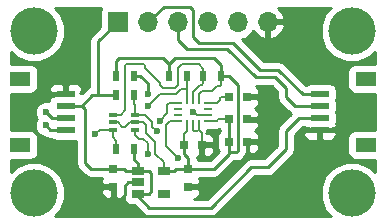
<source format=gtl>
G04 #@! TF.FileFunction,Copper,L1,Top,Signal*
%FSLAX46Y46*%
G04 Gerber Fmt 4.6, Leading zero omitted, Abs format (unit mm)*
G04 Created by KiCad (PCBNEW 4.0.7) date 08/23/19 12:17:46*
%MOMM*%
%LPD*%
G01*
G04 APERTURE LIST*
%ADD10C,0.100000*%
%ADD11C,4.000000*%
%ADD12R,0.750000X0.800000*%
%ADD13R,0.800000X0.750000*%
%ADD14R,1.700000X1.700000*%
%ADD15O,1.700000X1.700000*%
%ADD16R,1.550000X0.600000*%
%ADD17R,1.800000X1.200000*%
%ADD18R,0.500000X0.900000*%
%ADD19R,1.060000X0.650000*%
%ADD20R,0.250000X0.675000*%
%ADD21R,0.675000X0.250000*%
%ADD22R,0.650000X0.400000*%
%ADD23C,0.600000*%
%ADD24C,0.250000*%
%ADD25C,0.200000*%
%ADD26C,0.254000*%
G04 APERTURE END LIST*
D10*
D11*
X162687000Y-109093000D03*
X135763000Y-109093000D03*
X135763000Y-95377000D03*
D12*
X142494000Y-108573000D03*
X142494000Y-107073000D03*
D13*
X149975000Y-105029000D03*
X148475000Y-105029000D03*
D12*
X148844000Y-108573000D03*
X148844000Y-107073000D03*
D13*
X153785000Y-102870000D03*
X152285000Y-102870000D03*
X153785000Y-104775000D03*
X152285000Y-104775000D03*
X153785000Y-100965000D03*
X152285000Y-100965000D03*
D14*
X142875000Y-94615000D03*
D15*
X145415000Y-94615000D03*
X147955000Y-94615000D03*
X150495000Y-94615000D03*
X153035000Y-94615000D03*
X155575000Y-94615000D03*
D16*
X138462500Y-100735000D03*
X138462500Y-101735000D03*
X138462500Y-102735000D03*
X138462500Y-103735000D03*
D17*
X134587500Y-99435000D03*
X134587500Y-105035000D03*
D16*
X159987500Y-103735000D03*
X159987500Y-102735000D03*
X159987500Y-101735000D03*
X159987500Y-100735000D03*
D17*
X163862500Y-105035000D03*
X163862500Y-99435000D03*
D18*
X142760000Y-99187000D03*
X144260000Y-99187000D03*
X147205000Y-99187000D03*
X148705000Y-99187000D03*
X151626000Y-99187000D03*
X150126000Y-99187000D03*
X144260000Y-105410000D03*
X142760000Y-105410000D03*
X142760000Y-100838000D03*
X144260000Y-100838000D03*
D19*
X144569000Y-107254000D03*
X144569000Y-108204000D03*
X144569000Y-109154000D03*
X146769000Y-109154000D03*
X146769000Y-107254000D03*
D20*
X149225000Y-101222500D03*
X148725000Y-101222500D03*
X149725000Y-101222500D03*
X148725000Y-103247500D03*
X149225000Y-103247500D03*
X149725000Y-103247500D03*
D21*
X147962500Y-101485000D03*
X147962500Y-101985000D03*
X147962500Y-102485000D03*
X147962500Y-102985000D03*
X150487500Y-102985000D03*
X150487500Y-102485000D03*
X150487500Y-101985000D03*
X150487500Y-101485000D03*
D22*
X144333000Y-103774000D03*
X144333000Y-102474000D03*
X142433000Y-103124000D03*
X144333000Y-103124000D03*
X142433000Y-102474000D03*
X142433000Y-103774000D03*
D11*
X162687000Y-95377000D03*
D23*
X155575000Y-103759000D03*
X149987000Y-106108500D03*
X151003000Y-104013000D03*
X150241000Y-109220000D03*
X155575000Y-101854000D03*
X155067000Y-105791000D03*
X146177000Y-103886000D03*
X136779000Y-103378000D03*
X140970000Y-104140000D03*
X136779000Y-102235000D03*
X147955000Y-106172000D03*
X149225000Y-102235000D03*
X145415000Y-100711000D03*
X146431000Y-102997000D03*
X145415000Y-105791000D03*
X145415000Y-101727000D03*
D24*
X144569000Y-108204000D02*
X143764000Y-108204000D01*
X143065500Y-109855000D02*
X142843250Y-110077250D01*
X143065500Y-109664500D02*
X143065500Y-109855000D01*
X143446500Y-109283500D02*
X143065500Y-109664500D01*
X143446500Y-108521500D02*
X143446500Y-109283500D01*
X143764000Y-108204000D02*
X143446500Y-108521500D01*
X153785000Y-104775000D02*
X154940000Y-104775000D01*
X155257500Y-104076500D02*
X155575000Y-103759000D01*
X155257500Y-104457500D02*
X155257500Y-104076500D01*
X154940000Y-104775000D02*
X155257500Y-104457500D01*
X153785000Y-102870000D02*
X154686000Y-102870000D01*
X154686000Y-102870000D02*
X155575000Y-103759000D01*
X149975000Y-105029000D02*
X149975000Y-106096500D01*
X149975000Y-106096500D02*
X149987000Y-106108500D01*
X149975000Y-105029000D02*
X151003000Y-105029000D01*
X151130000Y-104140000D02*
X151003000Y-104013000D01*
X151130000Y-104902000D02*
X151130000Y-104140000D01*
X151003000Y-105029000D02*
X151130000Y-104902000D01*
X148844000Y-108573000D02*
X149594000Y-108573000D01*
X149594000Y-108573000D02*
X150241000Y-109220000D01*
X155575000Y-103759000D02*
X155575000Y-105283000D01*
X153785000Y-100965000D02*
X155194000Y-100965000D01*
X155575000Y-101346000D02*
X155575000Y-101854000D01*
X155194000Y-100965000D02*
X155575000Y-101346000D01*
X155575000Y-103759000D02*
X155575000Y-101854000D01*
X155575000Y-105283000D02*
X155067000Y-105791000D01*
X142494000Y-108573000D02*
X142494000Y-109728000D01*
X159987500Y-105760000D02*
X159987500Y-103735000D01*
X154686000Y-111061500D02*
X159987500Y-105760000D01*
X143827500Y-111061500D02*
X154686000Y-111061500D01*
X142494000Y-109728000D02*
X142843250Y-110077250D01*
X142843250Y-110077250D02*
X143827500Y-111061500D01*
D25*
X149225000Y-103247500D02*
X149225000Y-103759000D01*
X149590000Y-103886000D02*
X149725000Y-103751000D01*
X149352000Y-103886000D02*
X149590000Y-103886000D01*
X149225000Y-103759000D02*
X149352000Y-103886000D01*
X149725000Y-103247500D02*
X149725000Y-103751000D01*
X149975000Y-104001000D02*
X149975000Y-105029000D01*
X149725000Y-103751000D02*
X149975000Y-104001000D01*
D24*
X144569000Y-109154000D02*
X144569000Y-109390000D01*
X144569000Y-109390000D02*
X145542000Y-110363000D01*
X158250000Y-102735000D02*
X159987500Y-102735000D01*
X157099000Y-103886000D02*
X158250000Y-102735000D01*
X157099000Y-105410000D02*
X157099000Y-103886000D01*
X155575000Y-106934000D02*
X157099000Y-105410000D01*
X154178000Y-106934000D02*
X155575000Y-106934000D01*
X150749000Y-110363000D02*
X154178000Y-106934000D01*
X145542000Y-110363000D02*
X150749000Y-110363000D01*
X144569000Y-109154000D02*
X145481000Y-109154000D01*
X145481000Y-107254000D02*
X144569000Y-107254000D01*
X145669000Y-107442000D02*
X145481000Y-107254000D01*
X145669000Y-108966000D02*
X145669000Y-107442000D01*
X145481000Y-109154000D02*
X145669000Y-108966000D01*
X141224000Y-100838000D02*
X141224000Y-96266000D01*
X141224000Y-96266000D02*
X142875000Y-94615000D01*
X139827000Y-101735000D02*
X139827000Y-101727000D01*
X140716000Y-100838000D02*
X141224000Y-100838000D01*
X141224000Y-100838000D02*
X142760000Y-100838000D01*
X139827000Y-101727000D02*
X140716000Y-100838000D01*
X138462500Y-101735000D02*
X139827000Y-101735000D01*
X139827000Y-101735000D02*
X139835000Y-101735000D01*
X140601000Y-107073000D02*
X142494000Y-107073000D01*
X140081000Y-106553000D02*
X140601000Y-107073000D01*
X140081000Y-101981000D02*
X140081000Y-106553000D01*
X139835000Y-101735000D02*
X140081000Y-101981000D01*
X144569000Y-107254000D02*
X143576000Y-107254000D01*
X143395000Y-107073000D02*
X142494000Y-107073000D01*
X143576000Y-107254000D02*
X143395000Y-107073000D01*
X144569000Y-107254000D02*
X144569000Y-106596000D01*
X144260000Y-106287000D02*
X144260000Y-105410000D01*
X144569000Y-106596000D02*
X144260000Y-106287000D01*
D25*
X146769000Y-107254000D02*
X146769000Y-106510000D01*
X145034000Y-103124000D02*
X144333000Y-103124000D01*
X145288000Y-103378000D02*
X145034000Y-103124000D01*
X145288000Y-104013000D02*
X145288000Y-103378000D01*
X146050000Y-104775000D02*
X145288000Y-104013000D01*
X146050000Y-105791000D02*
X146050000Y-104775000D01*
X146769000Y-106510000D02*
X146050000Y-105791000D01*
D24*
X147205000Y-98183000D02*
X147205000Y-98159000D01*
X151626000Y-98286000D02*
X151626000Y-99187000D01*
X151003000Y-97663000D02*
X151626000Y-98286000D01*
X147701000Y-97663000D02*
X151003000Y-97663000D01*
X147205000Y-98159000D02*
X147701000Y-97663000D01*
X142760000Y-99187000D02*
X142760000Y-97905000D01*
X147205000Y-98183000D02*
X147205000Y-99187000D01*
X146685000Y-97663000D02*
X147205000Y-98183000D01*
X143002000Y-97663000D02*
X146685000Y-97663000D01*
X142760000Y-97905000D02*
X143002000Y-97663000D01*
X152285000Y-105664000D02*
X152908000Y-105664000D01*
X152908000Y-105664000D02*
X153035000Y-105537000D01*
X153035000Y-105537000D02*
X153035000Y-99949000D01*
X153035000Y-99949000D02*
X152273000Y-99187000D01*
X152273000Y-99187000D02*
X151626000Y-99187000D01*
D25*
X142433000Y-103124000D02*
X142875000Y-103124000D01*
X142875000Y-103124000D02*
X143256000Y-103505000D01*
X143256000Y-103505000D02*
X143510000Y-103505000D01*
X143510000Y-103505000D02*
X143891000Y-103124000D01*
X143891000Y-103124000D02*
X144333000Y-103124000D01*
D24*
X148844000Y-107073000D02*
X150991000Y-107073000D01*
X152285000Y-105779000D02*
X152285000Y-105664000D01*
X152285000Y-105664000D02*
X152285000Y-104775000D01*
X150991000Y-107073000D02*
X152285000Y-105779000D01*
X148475000Y-105029000D02*
X148475000Y-105803000D01*
X148475000Y-105803000D02*
X148844000Y-106172000D01*
X148844000Y-106172000D02*
X148844000Y-107073000D01*
X146769000Y-107254000D02*
X147635000Y-107254000D01*
X147635000Y-107254000D02*
X147816000Y-107073000D01*
X147816000Y-107073000D02*
X148844000Y-107073000D01*
D25*
X148725000Y-103247500D02*
X148725000Y-103878000D01*
X148463000Y-104140000D02*
X148463000Y-105017000D01*
X148725000Y-103878000D02*
X148463000Y-104140000D01*
X148463000Y-105017000D02*
X148475000Y-105029000D01*
D24*
X152285000Y-102870000D02*
X152285000Y-104775000D01*
D25*
X150487500Y-102985000D02*
X151269000Y-102985000D01*
X151384000Y-102870000D02*
X152285000Y-102870000D01*
X151269000Y-102985000D02*
X151384000Y-102870000D01*
X149725000Y-101222500D02*
X149725000Y-100719000D01*
X151626000Y-99961000D02*
X151626000Y-99187000D01*
X151511000Y-100076000D02*
X151626000Y-99961000D01*
X151257000Y-100076000D02*
X151511000Y-100076000D01*
X150876000Y-100457000D02*
X151257000Y-100076000D01*
X149987000Y-100457000D02*
X150876000Y-100457000D01*
X149725000Y-100719000D02*
X149987000Y-100457000D01*
X150487500Y-101485000D02*
X151245000Y-101485000D01*
X151638000Y-100965000D02*
X152285000Y-100965000D01*
X151511000Y-101092000D02*
X151638000Y-100965000D01*
X151511000Y-101219000D02*
X151511000Y-101092000D01*
X151245000Y-101485000D02*
X151511000Y-101219000D01*
D24*
X145415000Y-94615000D02*
X146812000Y-93345000D01*
X158520000Y-100735000D02*
X159987500Y-100735000D01*
X156464000Y-98679000D02*
X158520000Y-100735000D01*
X154940000Y-98679000D02*
X156464000Y-98679000D01*
X152654000Y-96393000D02*
X154940000Y-98679000D01*
X149733000Y-96393000D02*
X152654000Y-96393000D01*
X149225000Y-95885000D02*
X149733000Y-96393000D01*
X149225000Y-93599000D02*
X149225000Y-95885000D01*
X148971000Y-93345000D02*
X149225000Y-93599000D01*
X146812000Y-93345000D02*
X148971000Y-93345000D01*
X138462500Y-103735000D02*
X137136000Y-103735000D01*
D25*
X145146000Y-102474000D02*
X145796000Y-103124000D01*
X145796000Y-103124000D02*
X145796000Y-103505000D01*
X145796000Y-103505000D02*
X146177000Y-103886000D01*
X145146000Y-102474000D02*
X144333000Y-102474000D01*
D24*
X137136000Y-103735000D02*
X136779000Y-103378000D01*
D25*
X144333000Y-102474000D02*
X144333000Y-101661000D01*
X144260000Y-101588000D02*
X144260000Y-100838000D01*
X144333000Y-101661000D02*
X144260000Y-101588000D01*
D24*
X147955000Y-94615000D02*
X147955000Y-96139000D01*
X157869000Y-101735000D02*
X159987500Y-101735000D01*
X157099000Y-100965000D02*
X157869000Y-101735000D01*
X157099000Y-100203000D02*
X157099000Y-100965000D01*
X156210000Y-99314000D02*
X157099000Y-100203000D01*
X154559000Y-99314000D02*
X156210000Y-99314000D01*
X152146000Y-96901000D02*
X154559000Y-99314000D01*
X148717000Y-96901000D02*
X152146000Y-96901000D01*
X147955000Y-96139000D02*
X148717000Y-96901000D01*
X138462500Y-102735000D02*
X137279000Y-102735000D01*
D25*
X141336000Y-103774000D02*
X142433000Y-103774000D01*
X140970000Y-104140000D02*
X141336000Y-103774000D01*
D24*
X137279000Y-102735000D02*
X136779000Y-102235000D01*
D25*
X142433000Y-103774000D02*
X142433000Y-104333000D01*
X142760000Y-104660000D02*
X142760000Y-105410000D01*
X142433000Y-104333000D02*
X142760000Y-104660000D01*
X146939000Y-105156000D02*
X147955000Y-106172000D01*
X147332000Y-102985000D02*
X146939000Y-103378000D01*
X147332000Y-102985000D02*
X147962500Y-102985000D01*
X146939000Y-103378000D02*
X146939000Y-105156000D01*
X150487500Y-102485000D02*
X149610000Y-102485000D01*
X149360000Y-102235000D02*
X149225000Y-102235000D01*
X149610000Y-102485000D02*
X149360000Y-102235000D01*
X147962500Y-101485000D02*
X147205000Y-101485000D01*
D24*
X144780000Y-99187000D02*
X144260000Y-99187000D01*
X145415000Y-99822000D02*
X145415000Y-100711000D01*
X144780000Y-99187000D02*
X145415000Y-99822000D01*
D25*
X147066000Y-102362000D02*
X146431000Y-102997000D01*
X147066000Y-101624000D02*
X147066000Y-102362000D01*
X147205000Y-101485000D02*
X147066000Y-101624000D01*
X148705000Y-100330000D02*
X148209000Y-100330000D01*
X144333000Y-104201000D02*
X144653000Y-104521000D01*
X144653000Y-104521000D02*
X145034000Y-104521000D01*
X145034000Y-104521000D02*
X145415000Y-104902000D01*
X145415000Y-104902000D02*
X145415000Y-105791000D01*
X144333000Y-104201000D02*
X144333000Y-103774000D01*
X146431000Y-100711000D02*
X145415000Y-101727000D01*
X147828000Y-100711000D02*
X146431000Y-100711000D01*
X148209000Y-100330000D02*
X147828000Y-100711000D01*
X148725000Y-101222500D02*
X148725000Y-100465000D01*
X148705000Y-100445000D02*
X148705000Y-100330000D01*
X148705000Y-100330000D02*
X148705000Y-99187000D01*
X148725000Y-100465000D02*
X148705000Y-100445000D01*
X142433000Y-102474000D02*
X143144000Y-102474000D01*
X150126000Y-98564000D02*
X150126000Y-99187000D01*
X149733000Y-98171000D02*
X150126000Y-98564000D01*
X148336000Y-98171000D02*
X149733000Y-98171000D01*
X147955000Y-98552000D02*
X148336000Y-98171000D01*
X147955000Y-99949000D02*
X147955000Y-98552000D01*
X147701000Y-100203000D02*
X147955000Y-99949000D01*
X146685000Y-100203000D02*
X147701000Y-100203000D01*
X146431000Y-99949000D02*
X146685000Y-100203000D01*
X146431000Y-99822000D02*
X146431000Y-99949000D01*
X145161000Y-98552000D02*
X146431000Y-99822000D01*
X145161000Y-98298000D02*
X145161000Y-98552000D01*
X145034000Y-98171000D02*
X145161000Y-98298000D01*
X143637000Y-98171000D02*
X145034000Y-98171000D01*
X143510000Y-98298000D02*
X143637000Y-98171000D01*
X143510000Y-102108000D02*
X143510000Y-98298000D01*
X143144000Y-102474000D02*
X143510000Y-102108000D01*
X149225000Y-101222500D02*
X149225000Y-100584000D01*
X150126000Y-99810000D02*
X150126000Y-99187000D01*
X149987000Y-99949000D02*
X150126000Y-99810000D01*
X149860000Y-99949000D02*
X149987000Y-99949000D01*
X149225000Y-100584000D02*
X149860000Y-99949000D01*
D26*
G36*
X141428569Y-93513110D02*
X141377560Y-93765000D01*
X141377560Y-95037638D01*
X140686599Y-95728599D01*
X140521852Y-95975161D01*
X140464000Y-96266000D01*
X140464000Y-100128126D01*
X140425161Y-100135852D01*
X140178599Y-100300599D01*
X139871200Y-100607998D01*
X139713752Y-100607998D01*
X139872500Y-100449250D01*
X139872500Y-100308691D01*
X139775827Y-100075302D01*
X139597199Y-99896673D01*
X139363810Y-99800000D01*
X138748250Y-99800000D01*
X138589500Y-99958750D01*
X138589500Y-100608000D01*
X138609500Y-100608000D01*
X138609500Y-100787560D01*
X137687500Y-100787560D01*
X137452183Y-100831838D01*
X137405310Y-100862000D01*
X137211250Y-100862000D01*
X137052500Y-101020750D01*
X137052500Y-101161309D01*
X137081370Y-101231007D01*
X137059487Y-101339065D01*
X136965799Y-101300162D01*
X136593833Y-101299838D01*
X136250057Y-101441883D01*
X135986808Y-101704673D01*
X135844162Y-102048201D01*
X135843838Y-102420167D01*
X135985883Y-102763943D01*
X136028210Y-102806344D01*
X135986808Y-102847673D01*
X135844162Y-103191201D01*
X135843838Y-103563167D01*
X135985883Y-103906943D01*
X136248673Y-104170192D01*
X136592201Y-104312838D01*
X136659205Y-104312896D01*
X136845160Y-104437148D01*
X137136000Y-104495000D01*
X137235937Y-104495000D01*
X137435610Y-104631431D01*
X137687500Y-104682440D01*
X139237500Y-104682440D01*
X139321000Y-104666728D01*
X139321000Y-106553000D01*
X139378852Y-106843839D01*
X139543599Y-107090401D01*
X140063599Y-107610401D01*
X140310161Y-107775148D01*
X140601000Y-107833000D01*
X141572514Y-107833000D01*
X141484000Y-108046691D01*
X141484000Y-108287250D01*
X141642750Y-108446000D01*
X142367000Y-108446000D01*
X142367000Y-108426000D01*
X142621000Y-108426000D01*
X142621000Y-108446000D01*
X142641000Y-108446000D01*
X142641000Y-108700000D01*
X142621000Y-108700000D01*
X142621000Y-109449250D01*
X142779750Y-109608000D01*
X142995310Y-109608000D01*
X143228699Y-109511327D01*
X143391560Y-109348465D01*
X143391560Y-109479000D01*
X143435838Y-109714317D01*
X143574910Y-109930441D01*
X143787110Y-110075431D01*
X144039000Y-110126440D01*
X144230638Y-110126440D01*
X145004599Y-110900401D01*
X145228490Y-111050000D01*
X137532291Y-111050000D01*
X137995542Y-110587557D01*
X138397542Y-109619433D01*
X138398205Y-108858750D01*
X141484000Y-108858750D01*
X141484000Y-109099309D01*
X141580673Y-109332698D01*
X141759301Y-109511327D01*
X141992690Y-109608000D01*
X142208250Y-109608000D01*
X142367000Y-109449250D01*
X142367000Y-108700000D01*
X141642750Y-108700000D01*
X141484000Y-108858750D01*
X138398205Y-108858750D01*
X138398457Y-108571166D01*
X137998147Y-107602342D01*
X137257557Y-106860458D01*
X136289433Y-106458458D01*
X135241166Y-106457543D01*
X134272342Y-106857853D01*
X133806000Y-107323382D01*
X133806000Y-106282440D01*
X135487500Y-106282440D01*
X135722817Y-106238162D01*
X135938941Y-106099090D01*
X136083931Y-105886890D01*
X136134940Y-105635000D01*
X136134940Y-104435000D01*
X136090662Y-104199683D01*
X135951590Y-103983559D01*
X135739390Y-103838569D01*
X135487500Y-103787560D01*
X133806000Y-103787560D01*
X133806000Y-100682440D01*
X135487500Y-100682440D01*
X135722817Y-100638162D01*
X135938941Y-100499090D01*
X136069035Y-100308691D01*
X137052500Y-100308691D01*
X137052500Y-100449250D01*
X137211250Y-100608000D01*
X138335500Y-100608000D01*
X138335500Y-99958750D01*
X138176750Y-99800000D01*
X137561190Y-99800000D01*
X137327801Y-99896673D01*
X137149173Y-100075302D01*
X137052500Y-100308691D01*
X136069035Y-100308691D01*
X136083931Y-100286890D01*
X136134940Y-100035000D01*
X136134940Y-98835000D01*
X136090662Y-98599683D01*
X135951590Y-98383559D01*
X135739390Y-98238569D01*
X135487500Y-98187560D01*
X133806000Y-98187560D01*
X133806000Y-97146291D01*
X134268443Y-97609542D01*
X135236567Y-98011542D01*
X136284834Y-98012457D01*
X137253658Y-97612147D01*
X137995542Y-96871557D01*
X138397542Y-95903433D01*
X138398457Y-94855166D01*
X137998147Y-93886342D01*
X137532618Y-93420000D01*
X141492188Y-93420000D01*
X141428569Y-93513110D01*
X141428569Y-93513110D01*
G37*
X141428569Y-93513110D02*
X141377560Y-93765000D01*
X141377560Y-95037638D01*
X140686599Y-95728599D01*
X140521852Y-95975161D01*
X140464000Y-96266000D01*
X140464000Y-100128126D01*
X140425161Y-100135852D01*
X140178599Y-100300599D01*
X139871200Y-100607998D01*
X139713752Y-100607998D01*
X139872500Y-100449250D01*
X139872500Y-100308691D01*
X139775827Y-100075302D01*
X139597199Y-99896673D01*
X139363810Y-99800000D01*
X138748250Y-99800000D01*
X138589500Y-99958750D01*
X138589500Y-100608000D01*
X138609500Y-100608000D01*
X138609500Y-100787560D01*
X137687500Y-100787560D01*
X137452183Y-100831838D01*
X137405310Y-100862000D01*
X137211250Y-100862000D01*
X137052500Y-101020750D01*
X137052500Y-101161309D01*
X137081370Y-101231007D01*
X137059487Y-101339065D01*
X136965799Y-101300162D01*
X136593833Y-101299838D01*
X136250057Y-101441883D01*
X135986808Y-101704673D01*
X135844162Y-102048201D01*
X135843838Y-102420167D01*
X135985883Y-102763943D01*
X136028210Y-102806344D01*
X135986808Y-102847673D01*
X135844162Y-103191201D01*
X135843838Y-103563167D01*
X135985883Y-103906943D01*
X136248673Y-104170192D01*
X136592201Y-104312838D01*
X136659205Y-104312896D01*
X136845160Y-104437148D01*
X137136000Y-104495000D01*
X137235937Y-104495000D01*
X137435610Y-104631431D01*
X137687500Y-104682440D01*
X139237500Y-104682440D01*
X139321000Y-104666728D01*
X139321000Y-106553000D01*
X139378852Y-106843839D01*
X139543599Y-107090401D01*
X140063599Y-107610401D01*
X140310161Y-107775148D01*
X140601000Y-107833000D01*
X141572514Y-107833000D01*
X141484000Y-108046691D01*
X141484000Y-108287250D01*
X141642750Y-108446000D01*
X142367000Y-108446000D01*
X142367000Y-108426000D01*
X142621000Y-108426000D01*
X142621000Y-108446000D01*
X142641000Y-108446000D01*
X142641000Y-108700000D01*
X142621000Y-108700000D01*
X142621000Y-109449250D01*
X142779750Y-109608000D01*
X142995310Y-109608000D01*
X143228699Y-109511327D01*
X143391560Y-109348465D01*
X143391560Y-109479000D01*
X143435838Y-109714317D01*
X143574910Y-109930441D01*
X143787110Y-110075431D01*
X144039000Y-110126440D01*
X144230638Y-110126440D01*
X145004599Y-110900401D01*
X145228490Y-111050000D01*
X137532291Y-111050000D01*
X137995542Y-110587557D01*
X138397542Y-109619433D01*
X138398205Y-108858750D01*
X141484000Y-108858750D01*
X141484000Y-109099309D01*
X141580673Y-109332698D01*
X141759301Y-109511327D01*
X141992690Y-109608000D01*
X142208250Y-109608000D01*
X142367000Y-109449250D01*
X142367000Y-108700000D01*
X141642750Y-108700000D01*
X141484000Y-108858750D01*
X138398205Y-108858750D01*
X138398457Y-108571166D01*
X137998147Y-107602342D01*
X137257557Y-106860458D01*
X136289433Y-106458458D01*
X135241166Y-106457543D01*
X134272342Y-106857853D01*
X133806000Y-107323382D01*
X133806000Y-106282440D01*
X135487500Y-106282440D01*
X135722817Y-106238162D01*
X135938941Y-106099090D01*
X136083931Y-105886890D01*
X136134940Y-105635000D01*
X136134940Y-104435000D01*
X136090662Y-104199683D01*
X135951590Y-103983559D01*
X135739390Y-103838569D01*
X135487500Y-103787560D01*
X133806000Y-103787560D01*
X133806000Y-100682440D01*
X135487500Y-100682440D01*
X135722817Y-100638162D01*
X135938941Y-100499090D01*
X136069035Y-100308691D01*
X137052500Y-100308691D01*
X137052500Y-100449250D01*
X137211250Y-100608000D01*
X138335500Y-100608000D01*
X138335500Y-99958750D01*
X138176750Y-99800000D01*
X137561190Y-99800000D01*
X137327801Y-99896673D01*
X137149173Y-100075302D01*
X137052500Y-100308691D01*
X136069035Y-100308691D01*
X136083931Y-100286890D01*
X136134940Y-100035000D01*
X136134940Y-98835000D01*
X136090662Y-98599683D01*
X135951590Y-98383559D01*
X135739390Y-98238569D01*
X135487500Y-98187560D01*
X133806000Y-98187560D01*
X133806000Y-97146291D01*
X134268443Y-97609542D01*
X135236567Y-98011542D01*
X136284834Y-98012457D01*
X137253658Y-97612147D01*
X137995542Y-96871557D01*
X138397542Y-95903433D01*
X138398457Y-94855166D01*
X137998147Y-93886342D01*
X137532618Y-93420000D01*
X141492188Y-93420000D01*
X141428569Y-93513110D01*
G36*
X160454458Y-93882443D02*
X160052458Y-94850567D01*
X160051543Y-95898834D01*
X160451853Y-96867658D01*
X161192443Y-97609542D01*
X162160567Y-98011542D01*
X163208834Y-98012457D01*
X164177658Y-97612147D01*
X164644000Y-97146618D01*
X164644000Y-98187560D01*
X162962500Y-98187560D01*
X162727183Y-98231838D01*
X162511059Y-98370910D01*
X162366069Y-98583110D01*
X162315060Y-98835000D01*
X162315060Y-100035000D01*
X162359338Y-100270317D01*
X162498410Y-100486441D01*
X162710610Y-100631431D01*
X162962500Y-100682440D01*
X164644000Y-100682440D01*
X164644000Y-103787560D01*
X162962500Y-103787560D01*
X162727183Y-103831838D01*
X162511059Y-103970910D01*
X162366069Y-104183110D01*
X162315060Y-104435000D01*
X162315060Y-105635000D01*
X162359338Y-105870317D01*
X162498410Y-106086441D01*
X162710610Y-106231431D01*
X162962500Y-106282440D01*
X164644000Y-106282440D01*
X164644000Y-107323709D01*
X164181557Y-106860458D01*
X163213433Y-106458458D01*
X162165166Y-106457543D01*
X161196342Y-106857853D01*
X160454458Y-107598443D01*
X160052458Y-108566567D01*
X160051543Y-109614834D01*
X160451853Y-110583658D01*
X160917382Y-111050000D01*
X151062510Y-111050000D01*
X151286401Y-110900401D01*
X154492802Y-107694000D01*
X155575000Y-107694000D01*
X155865839Y-107636148D01*
X156112401Y-107471401D01*
X157636401Y-105947401D01*
X157801148Y-105700840D01*
X157815985Y-105626250D01*
X157859000Y-105410000D01*
X157859000Y-104200802D01*
X158039052Y-104020750D01*
X158577500Y-104020750D01*
X158577500Y-104161309D01*
X158674173Y-104394698D01*
X158852801Y-104573327D01*
X159086190Y-104670000D01*
X159701750Y-104670000D01*
X159860500Y-104511250D01*
X159860500Y-103862000D01*
X160114500Y-103862000D01*
X160114500Y-104511250D01*
X160273250Y-104670000D01*
X160888810Y-104670000D01*
X161122199Y-104573327D01*
X161300827Y-104394698D01*
X161397500Y-104161309D01*
X161397500Y-104020750D01*
X161238750Y-103862000D01*
X160114500Y-103862000D01*
X159860500Y-103862000D01*
X158736250Y-103862000D01*
X158577500Y-104020750D01*
X158039052Y-104020750D01*
X158564802Y-103495000D01*
X158623250Y-103495000D01*
X158736250Y-103608000D01*
X158926318Y-103608000D01*
X158960610Y-103631431D01*
X159212500Y-103682440D01*
X160762500Y-103682440D01*
X160997817Y-103638162D01*
X161044690Y-103608000D01*
X161238750Y-103608000D01*
X161397500Y-103449250D01*
X161397500Y-103308691D01*
X161368630Y-103238993D01*
X161409940Y-103035000D01*
X161409940Y-102435000D01*
X161370926Y-102227658D01*
X161409940Y-102035000D01*
X161409940Y-101435000D01*
X161370926Y-101227658D01*
X161409940Y-101035000D01*
X161409940Y-100435000D01*
X161365662Y-100199683D01*
X161226590Y-99983559D01*
X161014390Y-99838569D01*
X160762500Y-99787560D01*
X159212500Y-99787560D01*
X158977183Y-99831838D01*
X158803440Y-99943638D01*
X157001401Y-98141599D01*
X156754839Y-97976852D01*
X156464000Y-97919000D01*
X155254802Y-97919000D01*
X153393571Y-96057769D01*
X153603285Y-96016054D01*
X154085054Y-95694147D01*
X154312702Y-95353447D01*
X154379817Y-95496358D01*
X154808076Y-95886645D01*
X155218110Y-96056476D01*
X155448000Y-95935155D01*
X155448000Y-94742000D01*
X155702000Y-94742000D01*
X155702000Y-95935155D01*
X155931890Y-96056476D01*
X156341924Y-95886645D01*
X156770183Y-95496358D01*
X157016486Y-94971892D01*
X156895819Y-94742000D01*
X155702000Y-94742000D01*
X155448000Y-94742000D01*
X155428000Y-94742000D01*
X155428000Y-94488000D01*
X155448000Y-94488000D01*
X155448000Y-94468000D01*
X155702000Y-94468000D01*
X155702000Y-94488000D01*
X156895819Y-94488000D01*
X157016486Y-94258108D01*
X156770183Y-93733642D01*
X156426026Y-93420000D01*
X160917709Y-93420000D01*
X160454458Y-93882443D01*
X160454458Y-93882443D01*
G37*
X160454458Y-93882443D02*
X160052458Y-94850567D01*
X160051543Y-95898834D01*
X160451853Y-96867658D01*
X161192443Y-97609542D01*
X162160567Y-98011542D01*
X163208834Y-98012457D01*
X164177658Y-97612147D01*
X164644000Y-97146618D01*
X164644000Y-98187560D01*
X162962500Y-98187560D01*
X162727183Y-98231838D01*
X162511059Y-98370910D01*
X162366069Y-98583110D01*
X162315060Y-98835000D01*
X162315060Y-100035000D01*
X162359338Y-100270317D01*
X162498410Y-100486441D01*
X162710610Y-100631431D01*
X162962500Y-100682440D01*
X164644000Y-100682440D01*
X164644000Y-103787560D01*
X162962500Y-103787560D01*
X162727183Y-103831838D01*
X162511059Y-103970910D01*
X162366069Y-104183110D01*
X162315060Y-104435000D01*
X162315060Y-105635000D01*
X162359338Y-105870317D01*
X162498410Y-106086441D01*
X162710610Y-106231431D01*
X162962500Y-106282440D01*
X164644000Y-106282440D01*
X164644000Y-107323709D01*
X164181557Y-106860458D01*
X163213433Y-106458458D01*
X162165166Y-106457543D01*
X161196342Y-106857853D01*
X160454458Y-107598443D01*
X160052458Y-108566567D01*
X160051543Y-109614834D01*
X160451853Y-110583658D01*
X160917382Y-111050000D01*
X151062510Y-111050000D01*
X151286401Y-110900401D01*
X154492802Y-107694000D01*
X155575000Y-107694000D01*
X155865839Y-107636148D01*
X156112401Y-107471401D01*
X157636401Y-105947401D01*
X157801148Y-105700840D01*
X157815985Y-105626250D01*
X157859000Y-105410000D01*
X157859000Y-104200802D01*
X158039052Y-104020750D01*
X158577500Y-104020750D01*
X158577500Y-104161309D01*
X158674173Y-104394698D01*
X158852801Y-104573327D01*
X159086190Y-104670000D01*
X159701750Y-104670000D01*
X159860500Y-104511250D01*
X159860500Y-103862000D01*
X160114500Y-103862000D01*
X160114500Y-104511250D01*
X160273250Y-104670000D01*
X160888810Y-104670000D01*
X161122199Y-104573327D01*
X161300827Y-104394698D01*
X161397500Y-104161309D01*
X161397500Y-104020750D01*
X161238750Y-103862000D01*
X160114500Y-103862000D01*
X159860500Y-103862000D01*
X158736250Y-103862000D01*
X158577500Y-104020750D01*
X158039052Y-104020750D01*
X158564802Y-103495000D01*
X158623250Y-103495000D01*
X158736250Y-103608000D01*
X158926318Y-103608000D01*
X158960610Y-103631431D01*
X159212500Y-103682440D01*
X160762500Y-103682440D01*
X160997817Y-103638162D01*
X161044690Y-103608000D01*
X161238750Y-103608000D01*
X161397500Y-103449250D01*
X161397500Y-103308691D01*
X161368630Y-103238993D01*
X161409940Y-103035000D01*
X161409940Y-102435000D01*
X161370926Y-102227658D01*
X161409940Y-102035000D01*
X161409940Y-101435000D01*
X161370926Y-101227658D01*
X161409940Y-101035000D01*
X161409940Y-100435000D01*
X161365662Y-100199683D01*
X161226590Y-99983559D01*
X161014390Y-99838569D01*
X160762500Y-99787560D01*
X159212500Y-99787560D01*
X158977183Y-99831838D01*
X158803440Y-99943638D01*
X157001401Y-98141599D01*
X156754839Y-97976852D01*
X156464000Y-97919000D01*
X155254802Y-97919000D01*
X153393571Y-96057769D01*
X153603285Y-96016054D01*
X154085054Y-95694147D01*
X154312702Y-95353447D01*
X154379817Y-95496358D01*
X154808076Y-95886645D01*
X155218110Y-96056476D01*
X155448000Y-95935155D01*
X155448000Y-94742000D01*
X155702000Y-94742000D01*
X155702000Y-95935155D01*
X155931890Y-96056476D01*
X156341924Y-95886645D01*
X156770183Y-95496358D01*
X157016486Y-94971892D01*
X156895819Y-94742000D01*
X155702000Y-94742000D01*
X155448000Y-94742000D01*
X155428000Y-94742000D01*
X155428000Y-94488000D01*
X155448000Y-94488000D01*
X155448000Y-94468000D01*
X155702000Y-94468000D01*
X155702000Y-94488000D01*
X156895819Y-94488000D01*
X157016486Y-94258108D01*
X156770183Y-93733642D01*
X156426026Y-93420000D01*
X160917709Y-93420000D01*
X160454458Y-93882443D01*
G36*
X156339000Y-100517802D02*
X156339000Y-100965000D01*
X156396852Y-101255839D01*
X156561599Y-101502401D01*
X157331599Y-102272401D01*
X157515151Y-102395047D01*
X156561599Y-103348599D01*
X156396852Y-103595161D01*
X156339000Y-103886000D01*
X156339000Y-105095198D01*
X155260198Y-106174000D01*
X154178000Y-106174000D01*
X153887160Y-106231852D01*
X153640599Y-106396599D01*
X150434198Y-109603000D01*
X149357381Y-109603000D01*
X149578699Y-109511327D01*
X149757327Y-109332698D01*
X149854000Y-109099309D01*
X149854000Y-108858750D01*
X149695250Y-108700000D01*
X148971000Y-108700000D01*
X148971000Y-108720000D01*
X148717000Y-108720000D01*
X148717000Y-108700000D01*
X148697000Y-108700000D01*
X148697000Y-108446000D01*
X148717000Y-108446000D01*
X148717000Y-108426000D01*
X148971000Y-108426000D01*
X148971000Y-108446000D01*
X149695250Y-108446000D01*
X149854000Y-108287250D01*
X149854000Y-108046691D01*
X149765486Y-107833000D01*
X150991000Y-107833000D01*
X151281839Y-107775148D01*
X151528401Y-107610401D01*
X152714802Y-106424000D01*
X152908000Y-106424000D01*
X153198839Y-106366148D01*
X153445401Y-106201401D01*
X153572401Y-106074401D01*
X153737148Y-105827839D01*
X153795000Y-105537000D01*
X153795000Y-104902000D01*
X153912000Y-104902000D01*
X153912000Y-105626250D01*
X154070750Y-105785000D01*
X154311309Y-105785000D01*
X154544698Y-105688327D01*
X154723327Y-105509699D01*
X154820000Y-105276310D01*
X154820000Y-105060750D01*
X154661250Y-104902000D01*
X153912000Y-104902000D01*
X153795000Y-104902000D01*
X153795000Y-104628000D01*
X153912000Y-104628000D01*
X153912000Y-104648000D01*
X154661250Y-104648000D01*
X154820000Y-104489250D01*
X154820000Y-104273690D01*
X154723327Y-104040301D01*
X154544698Y-103861673D01*
X154450126Y-103822500D01*
X154544698Y-103783327D01*
X154723327Y-103604699D01*
X154820000Y-103371310D01*
X154820000Y-103155750D01*
X154661250Y-102997000D01*
X153912000Y-102997000D01*
X153912000Y-103017000D01*
X153795000Y-103017000D01*
X153795000Y-102723000D01*
X153912000Y-102723000D01*
X153912000Y-102743000D01*
X154661250Y-102743000D01*
X154820000Y-102584250D01*
X154820000Y-102368690D01*
X154723327Y-102135301D01*
X154544698Y-101956673D01*
X154450126Y-101917500D01*
X154544698Y-101878327D01*
X154723327Y-101699699D01*
X154820000Y-101466310D01*
X154820000Y-101250750D01*
X154661250Y-101092000D01*
X153912000Y-101092000D01*
X153912000Y-101112000D01*
X153795000Y-101112000D01*
X153795000Y-100818000D01*
X153912000Y-100818000D01*
X153912000Y-100838000D01*
X154661250Y-100838000D01*
X154820000Y-100679250D01*
X154820000Y-100463690D01*
X154723327Y-100230301D01*
X154567025Y-100074000D01*
X155895198Y-100074000D01*
X156339000Y-100517802D01*
X156339000Y-100517802D01*
G37*
X156339000Y-100517802D02*
X156339000Y-100965000D01*
X156396852Y-101255839D01*
X156561599Y-101502401D01*
X157331599Y-102272401D01*
X157515151Y-102395047D01*
X156561599Y-103348599D01*
X156396852Y-103595161D01*
X156339000Y-103886000D01*
X156339000Y-105095198D01*
X155260198Y-106174000D01*
X154178000Y-106174000D01*
X153887160Y-106231852D01*
X153640599Y-106396599D01*
X150434198Y-109603000D01*
X149357381Y-109603000D01*
X149578699Y-109511327D01*
X149757327Y-109332698D01*
X149854000Y-109099309D01*
X149854000Y-108858750D01*
X149695250Y-108700000D01*
X148971000Y-108700000D01*
X148971000Y-108720000D01*
X148717000Y-108720000D01*
X148717000Y-108700000D01*
X148697000Y-108700000D01*
X148697000Y-108446000D01*
X148717000Y-108446000D01*
X148717000Y-108426000D01*
X148971000Y-108426000D01*
X148971000Y-108446000D01*
X149695250Y-108446000D01*
X149854000Y-108287250D01*
X149854000Y-108046691D01*
X149765486Y-107833000D01*
X150991000Y-107833000D01*
X151281839Y-107775148D01*
X151528401Y-107610401D01*
X152714802Y-106424000D01*
X152908000Y-106424000D01*
X153198839Y-106366148D01*
X153445401Y-106201401D01*
X153572401Y-106074401D01*
X153737148Y-105827839D01*
X153795000Y-105537000D01*
X153795000Y-104902000D01*
X153912000Y-104902000D01*
X153912000Y-105626250D01*
X154070750Y-105785000D01*
X154311309Y-105785000D01*
X154544698Y-105688327D01*
X154723327Y-105509699D01*
X154820000Y-105276310D01*
X154820000Y-105060750D01*
X154661250Y-104902000D01*
X153912000Y-104902000D01*
X153795000Y-104902000D01*
X153795000Y-104628000D01*
X153912000Y-104628000D01*
X153912000Y-104648000D01*
X154661250Y-104648000D01*
X154820000Y-104489250D01*
X154820000Y-104273690D01*
X154723327Y-104040301D01*
X154544698Y-103861673D01*
X154450126Y-103822500D01*
X154544698Y-103783327D01*
X154723327Y-103604699D01*
X154820000Y-103371310D01*
X154820000Y-103155750D01*
X154661250Y-102997000D01*
X153912000Y-102997000D01*
X153912000Y-103017000D01*
X153795000Y-103017000D01*
X153795000Y-102723000D01*
X153912000Y-102723000D01*
X153912000Y-102743000D01*
X154661250Y-102743000D01*
X154820000Y-102584250D01*
X154820000Y-102368690D01*
X154723327Y-102135301D01*
X154544698Y-101956673D01*
X154450126Y-101917500D01*
X154544698Y-101878327D01*
X154723327Y-101699699D01*
X154820000Y-101466310D01*
X154820000Y-101250750D01*
X154661250Y-101092000D01*
X153912000Y-101092000D01*
X153912000Y-101112000D01*
X153795000Y-101112000D01*
X153795000Y-100818000D01*
X153912000Y-100818000D01*
X153912000Y-100838000D01*
X154661250Y-100838000D01*
X154820000Y-100679250D01*
X154820000Y-100463690D01*
X154723327Y-100230301D01*
X154567025Y-100074000D01*
X155895198Y-100074000D01*
X156339000Y-100517802D01*
G36*
X151420910Y-103696441D02*
X151525000Y-103767563D01*
X151525000Y-103877069D01*
X151433559Y-103935910D01*
X151288569Y-104148110D01*
X151237560Y-104400000D01*
X151237560Y-105150000D01*
X151281838Y-105385317D01*
X151407929Y-105581269D01*
X150676198Y-106313000D01*
X149741931Y-106313000D01*
X149683090Y-106221559D01*
X149602968Y-106166814D01*
X149577544Y-106039000D01*
X149689250Y-106039000D01*
X149848000Y-105880250D01*
X149848000Y-105156000D01*
X150102000Y-105156000D01*
X150102000Y-105880250D01*
X150260750Y-106039000D01*
X150501309Y-106039000D01*
X150734698Y-105942327D01*
X150913327Y-105763699D01*
X151010000Y-105530310D01*
X151010000Y-105314750D01*
X150851250Y-105156000D01*
X150102000Y-105156000D01*
X149848000Y-105156000D01*
X149828000Y-105156000D01*
X149828000Y-104902000D01*
X149848000Y-104902000D01*
X149848000Y-104882000D01*
X150102000Y-104882000D01*
X150102000Y-104902000D01*
X150851250Y-104902000D01*
X151010000Y-104743250D01*
X151010000Y-104527690D01*
X150913327Y-104294301D01*
X150734698Y-104115673D01*
X150501309Y-104019000D01*
X150314026Y-104019000D01*
X150388327Y-103944699D01*
X150465892Y-103757440D01*
X150825000Y-103757440D01*
X151023976Y-103720000D01*
X151269000Y-103720000D01*
X151417112Y-103690538D01*
X151420910Y-103696441D01*
X151420910Y-103696441D01*
G37*
X151420910Y-103696441D02*
X151525000Y-103767563D01*
X151525000Y-103877069D01*
X151433559Y-103935910D01*
X151288569Y-104148110D01*
X151237560Y-104400000D01*
X151237560Y-105150000D01*
X151281838Y-105385317D01*
X151407929Y-105581269D01*
X150676198Y-106313000D01*
X149741931Y-106313000D01*
X149683090Y-106221559D01*
X149602968Y-106166814D01*
X149577544Y-106039000D01*
X149689250Y-106039000D01*
X149848000Y-105880250D01*
X149848000Y-105156000D01*
X150102000Y-105156000D01*
X150102000Y-105880250D01*
X150260750Y-106039000D01*
X150501309Y-106039000D01*
X150734698Y-105942327D01*
X150913327Y-105763699D01*
X151010000Y-105530310D01*
X151010000Y-105314750D01*
X150851250Y-105156000D01*
X150102000Y-105156000D01*
X149848000Y-105156000D01*
X149828000Y-105156000D01*
X149828000Y-104902000D01*
X149848000Y-104902000D01*
X149848000Y-104882000D01*
X150102000Y-104882000D01*
X150102000Y-104902000D01*
X150851250Y-104902000D01*
X151010000Y-104743250D01*
X151010000Y-104527690D01*
X150913327Y-104294301D01*
X150734698Y-104115673D01*
X150501309Y-104019000D01*
X150314026Y-104019000D01*
X150388327Y-103944699D01*
X150465892Y-103757440D01*
X150825000Y-103757440D01*
X151023976Y-103720000D01*
X151269000Y-103720000D01*
X151417112Y-103690538D01*
X151420910Y-103696441D01*
M02*

</source>
